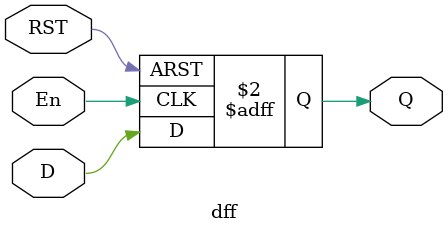
<source format=v>
`timescale 1ns / 1ps


module dff(
    input D,
    input En,
    input RST,
    output reg Q
    );
    always @(posedge En,posedge RST)
    begin
    if(RST)
        Q <= 1'b0;
    else
        Q <= D;
    end
    
endmodule

</source>
